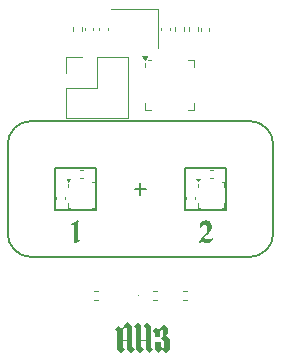
<source format=gbr>
%TF.GenerationSoftware,KiCad,Pcbnew,8.0.6-8.0.6-0~ubuntu20.04.1*%
%TF.CreationDate,2024-11-07T01:45:43+05:00*%
%TF.ProjectId,AH3,4148332e-6b69-4636-9164-5f7063625858,rev?*%
%TF.SameCoordinates,Original*%
%TF.FileFunction,Legend,Top*%
%TF.FilePolarity,Positive*%
%FSLAX46Y46*%
G04 Gerber Fmt 4.6, Leading zero omitted, Abs format (unit mm)*
G04 Created by KiCad (PCBNEW 8.0.6-8.0.6-0~ubuntu20.04.1) date 2024-11-07 01:45:43*
%MOMM*%
%LPD*%
G01*
G04 APERTURE LIST*
%ADD10C,0.150000*%
%ADD11C,0.400000*%
%ADD12C,0.120000*%
%ADD13C,0.100000*%
G04 APERTURE END LIST*
D10*
X140250000Y-98250000D02*
X143750000Y-98250000D01*
X136500000Y-96000000D02*
X136500000Y-97000000D01*
X127250000Y-90750000D02*
X145750000Y-90750000D01*
X140250000Y-94750000D02*
X140250000Y-98250000D01*
X129250000Y-98250000D02*
X132750000Y-98250000D01*
X125250000Y-92750000D02*
G75*
G02*
X127250000Y-90750000I2000000J0D01*
G01*
X132750000Y-94750000D02*
X129250000Y-94750000D01*
X145750000Y-90750000D02*
G75*
G02*
X147750000Y-92750000I0J-2000000D01*
G01*
X147750000Y-100250000D02*
G75*
G02*
X145750000Y-102250000I-2000000J0D01*
G01*
X143750000Y-98250000D02*
X143750000Y-94750000D01*
X145750000Y-102250000D02*
X127250000Y-102250000D01*
X132750000Y-98250000D02*
X132750000Y-94750000D01*
X129250000Y-94750000D02*
X129250000Y-98250000D01*
X127250000Y-102250000D02*
G75*
G02*
X125250000Y-100250000I0J2000000D01*
G01*
X147750000Y-92750000D02*
X147750000Y-100250000D01*
X136000000Y-96500000D02*
X137000000Y-96500000D01*
X125250000Y-100250000D02*
X125250000Y-92750000D01*
X143750000Y-94750000D02*
X140250000Y-94750000D01*
D11*
G36*
X131393231Y-100830872D02*
G01*
X131314268Y-100895084D01*
X131227817Y-100953359D01*
X131202233Y-100969602D01*
X131114114Y-101022317D01*
X131026839Y-101067037D01*
X130993650Y-101080000D01*
X130907627Y-101027102D01*
X130905234Y-101023824D01*
X130868063Y-100933148D01*
X130867132Y-100916357D01*
X130862842Y-100809963D01*
X130859339Y-100711556D01*
X130858828Y-100697027D01*
X130855897Y-100640362D01*
X130855897Y-99786978D01*
X130864201Y-99694166D01*
X130872994Y-99600865D01*
X130850524Y-99513426D01*
X130822192Y-99499260D01*
X130743545Y-99527592D01*
X130659037Y-99555924D01*
X130622401Y-99533454D01*
X130611166Y-99490956D01*
X130633636Y-99446015D01*
X130726124Y-99404274D01*
X130822904Y-99355369D01*
X130919701Y-99302879D01*
X130985346Y-99265764D01*
X131063683Y-99200106D01*
X131146058Y-99141688D01*
X131202233Y-99141688D01*
X131235939Y-99141688D01*
X131255402Y-99237573D01*
X131255478Y-99248178D01*
X131252657Y-99345982D01*
X131245861Y-99453800D01*
X131238381Y-99546643D01*
X131230353Y-99650001D01*
X131224108Y-99755547D01*
X131221773Y-99844619D01*
X131221773Y-100575882D01*
X131228115Y-100677942D01*
X131244243Y-100729755D01*
X131332354Y-100783244D01*
X131381996Y-100791304D01*
X131393231Y-100830872D01*
G37*
G36*
X142602792Y-100697027D02*
G01*
X142559050Y-100788751D01*
X142500890Y-100875763D01*
X142478716Y-100907076D01*
X142417565Y-100987218D01*
X142355530Y-101063452D01*
X142315562Y-101111263D01*
X142275995Y-101111263D01*
X142173075Y-101102233D01*
X142068890Y-101082999D01*
X141969880Y-101059918D01*
X141956525Y-101056552D01*
X141856324Y-101032403D01*
X141751510Y-101011919D01*
X141649198Y-101001407D01*
X141642917Y-101001353D01*
X141551383Y-101037417D01*
X141543266Y-101042386D01*
X141454415Y-101086785D01*
X141446057Y-101088792D01*
X141409421Y-101049225D01*
X141442703Y-100956261D01*
X141493567Y-100866556D01*
X141554501Y-100782603D01*
X141618936Y-100706588D01*
X141642917Y-100680418D01*
X141980949Y-100316985D01*
X142039218Y-100233677D01*
X142091962Y-100134271D01*
X142128296Y-100032480D01*
X142148222Y-99928305D01*
X142152408Y-99852435D01*
X142143804Y-99749011D01*
X142112018Y-99655395D01*
X142036734Y-99577828D01*
X141937312Y-99549297D01*
X141907676Y-99548108D01*
X141813624Y-99574727D01*
X141732199Y-99634353D01*
X141696651Y-99669253D01*
X141625164Y-99743075D01*
X141572575Y-99790397D01*
X141538870Y-99776231D01*
X141527635Y-99691723D01*
X141542150Y-99587799D01*
X141561340Y-99482651D01*
X141581789Y-99379409D01*
X141603838Y-99289699D01*
X141693500Y-99241884D01*
X141770900Y-99208611D01*
X141864567Y-99170509D01*
X141955548Y-99141688D01*
X142065234Y-99146325D01*
X142162384Y-99160235D01*
X142259880Y-99188185D01*
X142350410Y-99235583D01*
X142395674Y-99273579D01*
X142458957Y-99362258D01*
X142497823Y-99465413D01*
X142518406Y-99574456D01*
X142526076Y-99681875D01*
X142526588Y-99720544D01*
X142519199Y-99819248D01*
X142493225Y-99925109D01*
X142448548Y-100025483D01*
X142408374Y-100089351D01*
X142343396Y-100168597D01*
X142268507Y-100243910D01*
X142185526Y-100318771D01*
X142138242Y-100358995D01*
X142060935Y-100425326D01*
X141982143Y-100496095D01*
X141905692Y-100569288D01*
X141848570Y-100628639D01*
X141859805Y-100662833D01*
X141959029Y-100688593D01*
X142067030Y-100704764D01*
X142093301Y-100708262D01*
X142190244Y-100720541D01*
X142291132Y-100730662D01*
X142355129Y-100733663D01*
X142462108Y-100733663D01*
X142545780Y-100674332D01*
X142580321Y-100656971D01*
X142602792Y-100668695D01*
X142602792Y-100697027D01*
G37*
G36*
X135815353Y-108086489D02*
G01*
X135815353Y-109883628D01*
X135996092Y-110064368D01*
X135676134Y-110384815D01*
X135362038Y-110070718D01*
X135362038Y-109360949D01*
X134993720Y-109360949D01*
X134993720Y-109879720D01*
X135174459Y-110064368D01*
X134854501Y-110384815D01*
X134540405Y-110070718D01*
X134540405Y-108573998D01*
X134359665Y-108393258D01*
X134365038Y-108387885D01*
X134993720Y-108387885D01*
X134993720Y-109267159D01*
X135362038Y-109267159D01*
X135362038Y-108306308D01*
X135169574Y-108170020D01*
X134993720Y-108387885D01*
X134365038Y-108387885D01*
X134680112Y-108072812D01*
X134923866Y-108316078D01*
X135369365Y-107775812D01*
X135815353Y-108086489D01*
G37*
G36*
X136767900Y-108094794D02*
G01*
X137087858Y-107777278D01*
X137401954Y-108088443D01*
X137401954Y-109883628D01*
X137582694Y-110064368D01*
X137262736Y-110384815D01*
X136948639Y-110070718D01*
X136948639Y-109360949D01*
X136580321Y-109360949D01*
X136580321Y-109879720D01*
X136761061Y-110064368D01*
X136441103Y-110384815D01*
X136127006Y-110070718D01*
X136127006Y-108275533D01*
X135946267Y-108094794D01*
X136266225Y-107777278D01*
X136580321Y-108088443D01*
X136580321Y-109267159D01*
X136948639Y-109267159D01*
X136948639Y-108274556D01*
X136767900Y-108094794D01*
G37*
G36*
X137535799Y-108547620D02*
G01*
X137855757Y-108227662D01*
X138101954Y-108473370D01*
X138515701Y-107930174D01*
X138830775Y-108246224D01*
X138830775Y-108692212D01*
X138624145Y-108893956D01*
X138969016Y-109239316D01*
X138969016Y-110070718D01*
X138654920Y-110378953D01*
X138365248Y-110086350D01*
X138072645Y-110378953D01*
X137758549Y-110070718D01*
X137758549Y-109471835D01*
X138211863Y-109471835D01*
X138211863Y-109793747D01*
X138407258Y-109991584D01*
X138515701Y-109883628D01*
X138515701Y-109423475D01*
X138202582Y-109113286D01*
X138377460Y-108938408D01*
X138377460Y-108433314D01*
X138310049Y-108366392D01*
X138169854Y-108552993D01*
X138169854Y-109058576D01*
X137716539Y-109058576D01*
X137716539Y-108728360D01*
X137535799Y-108547620D01*
G37*
D12*
%TO.C,U3*%
X136852500Y-86140000D02*
X136852500Y-85830000D01*
X136852500Y-89810000D02*
X136852500Y-89260000D01*
X137402500Y-85590000D02*
X137152500Y-85590000D01*
X137402500Y-89810000D02*
X136852500Y-89810000D01*
X140522500Y-85590000D02*
X141072500Y-85590000D01*
X140522500Y-89810000D02*
X141072500Y-89810000D01*
X141072500Y-85590000D02*
X141072500Y-86140000D01*
X141072500Y-89810000D02*
X141072500Y-89260000D01*
X136852500Y-85590000D02*
X136612500Y-85260000D01*
X137092500Y-85260000D01*
X136852500Y-85590000D01*
G36*
X136852500Y-85590000D02*
G01*
X136612500Y-85260000D01*
X137092500Y-85260000D01*
X136852500Y-85590000D01*
G37*
%TO.C,C1*%
X129390000Y-97142164D02*
X129390000Y-97357836D01*
X130110000Y-97142164D02*
X130110000Y-97357836D01*
%TO.C,R9*%
X137903641Y-105170000D02*
X137596359Y-105170000D01*
X137903641Y-105930000D02*
X137596359Y-105930000D01*
%TO.C,U2*%
X141380000Y-96302500D02*
X141380000Y-96107500D01*
X141390000Y-98097500D02*
X141390000Y-97672500D01*
X141565000Y-98097500D02*
X141390000Y-98097500D01*
X143435000Y-95877500D02*
X143610000Y-95877500D01*
X143435000Y-98097500D02*
X143610000Y-98097500D01*
X143610000Y-95877500D02*
X143610000Y-96302500D01*
X143610000Y-98097500D02*
X143610000Y-97672500D01*
X141380000Y-95867500D02*
X141240000Y-95677500D01*
X141520000Y-95677500D01*
X141380000Y-95867500D01*
G36*
X141380000Y-95867500D02*
G01*
X141240000Y-95677500D01*
X141520000Y-95677500D01*
X141380000Y-95867500D01*
G37*
%TO.C,C5*%
X138240000Y-82842164D02*
X138240000Y-83057836D01*
X138960000Y-82842164D02*
X138960000Y-83057836D01*
%TO.C,C8*%
X141590000Y-82892164D02*
X141590000Y-83107836D01*
X142310000Y-82892164D02*
X142310000Y-83107836D01*
%TO.C,J1*%
X130230000Y-85330000D02*
X131560000Y-85330000D01*
X130230000Y-86660000D02*
X130230000Y-85330000D01*
X130230000Y-87930000D02*
X130230000Y-90530000D01*
X130230000Y-87930000D02*
X132830000Y-87930000D01*
X130230000Y-90530000D02*
X135430000Y-90530000D01*
X132830000Y-85330000D02*
X135430000Y-85330000D01*
X132830000Y-87930000D02*
X132830000Y-85330000D01*
X135430000Y-85330000D02*
X135430000Y-90530000D01*
%TO.C,R1*%
X139390000Y-83123641D02*
X139390000Y-82816359D01*
X140150000Y-83123641D02*
X140150000Y-82816359D01*
%TO.C,R10*%
X140403641Y-105170000D02*
X140096359Y-105170000D01*
X140403641Y-105930000D02*
X140096359Y-105930000D01*
%TO.C,C3*%
X140390000Y-97149664D02*
X140390000Y-97365336D01*
X141110000Y-97149664D02*
X141110000Y-97365336D01*
%TO.C,C7*%
X131790000Y-83057836D02*
X131790000Y-82842164D01*
X132510000Y-83057836D02*
X132510000Y-82842164D01*
%TO.C,C2*%
X131412164Y-94890000D02*
X131627836Y-94890000D01*
X131412164Y-95610000D02*
X131627836Y-95610000D01*
D13*
%TO.C,D1*%
X136390000Y-105550000D02*
G75*
G02*
X136290000Y-105550000I-50000J0D01*
G01*
X136290000Y-105550000D02*
G75*
G02*
X136390000Y-105550000I50000J0D01*
G01*
D12*
%TO.C,R2*%
X140570000Y-83133641D02*
X140570000Y-82826359D01*
X141330000Y-83133641D02*
X141330000Y-82826359D01*
%TO.C,U1*%
X130380000Y-96315000D02*
X130380000Y-96120000D01*
X130390000Y-98110000D02*
X130390000Y-97685000D01*
X130565000Y-98110000D02*
X130390000Y-98110000D01*
X132435000Y-95890000D02*
X132610000Y-95890000D01*
X132435000Y-98110000D02*
X132610000Y-98110000D01*
X132610000Y-95890000D02*
X132610000Y-96315000D01*
X132610000Y-98110000D02*
X132610000Y-97685000D01*
X130380000Y-95880000D02*
X130240000Y-95690000D01*
X130520000Y-95690000D01*
X130380000Y-95880000D01*
G36*
X130380000Y-95880000D02*
G01*
X130240000Y-95690000D01*
X130520000Y-95690000D01*
X130380000Y-95880000D01*
G37*
%TO.C,C4*%
X142412164Y-94877500D02*
X142627836Y-94877500D01*
X142412164Y-95597500D02*
X142627836Y-95597500D01*
%TO.C,R8*%
X132903641Y-105170000D02*
X132596359Y-105170000D01*
X132903641Y-105930000D02*
X132596359Y-105930000D01*
%TO.C,Y1*%
X137970000Y-81280000D02*
X133970000Y-81280000D01*
X137970000Y-84580000D02*
X137970000Y-81280000D01*
%TO.C,C6*%
X132990000Y-83057836D02*
X132990000Y-82842164D01*
X133710000Y-83057836D02*
X133710000Y-82842164D01*
%TO.C,R7*%
X130830000Y-83103641D02*
X130830000Y-82796359D01*
X131590000Y-83103641D02*
X131590000Y-82796359D01*
%TD*%
M02*

</source>
